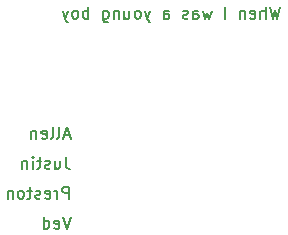
<source format=gbo>
%TF.GenerationSoftware,KiCad,Pcbnew,8.0.7*%
%TF.CreationDate,2025-09-21T15:12:51-04:00*%
%TF.ProjectId,buzzcar_main,62757a7a-6361-4725-9f6d-61696e2e6b69,rev?*%
%TF.SameCoordinates,Original*%
%TF.FileFunction,Legend,Bot*%
%TF.FilePolarity,Positive*%
%FSLAX46Y46*%
G04 Gerber Fmt 4.6, Leading zero omitted, Abs format (unit mm)*
G04 Created by KiCad (PCBNEW 8.0.7) date 2025-09-21 15:12:51*
%MOMM*%
%LPD*%
G01*
G04 APERTURE LIST*
G04 Aperture macros list*
%AMRoundRect*
0 Rectangle with rounded corners*
0 $1 Rounding radius*
0 $2 $3 $4 $5 $6 $7 $8 $9 X,Y pos of 4 corners*
0 Add a 4 corners polygon primitive as box body*
4,1,4,$2,$3,$4,$5,$6,$7,$8,$9,$2,$3,0*
0 Add four circle primitives for the rounded corners*
1,1,$1+$1,$2,$3*
1,1,$1+$1,$4,$5*
1,1,$1+$1,$6,$7*
1,1,$1+$1,$8,$9*
0 Add four rect primitives between the rounded corners*
20,1,$1+$1,$2,$3,$4,$5,0*
20,1,$1+$1,$4,$5,$6,$7,0*
20,1,$1+$1,$6,$7,$8,$9,0*
20,1,$1+$1,$8,$9,$2,$3,0*%
G04 Aperture macros list end*
%ADD10C,0.150000*%
%ADD11R,2.000000X1.200000*%
%ADD12O,2.000000X1.200000*%
%ADD13C,1.600000*%
%ADD14O,1.600000X1.600000*%
%ADD15R,1.700000X1.700000*%
%ADD16O,1.700000X1.700000*%
%ADD17R,1.800000X1.800000*%
%ADD18C,1.800000*%
%ADD19C,3.000000*%
%ADD20RoundRect,0.102000X-0.585000X-0.585000X0.585000X-0.585000X0.585000X0.585000X-0.585000X0.585000X0*%
%ADD21C,1.374000*%
%ADD22C,2.184000*%
G04 APERTURE END LIST*
D10*
X167398458Y-16649819D02*
X167160363Y-17649819D01*
X167160363Y-17649819D02*
X166969887Y-16935533D01*
X166969887Y-16935533D02*
X166779411Y-17649819D01*
X166779411Y-17649819D02*
X166541316Y-16649819D01*
X166160363Y-17649819D02*
X166160363Y-16649819D01*
X165731792Y-17649819D02*
X165731792Y-17126009D01*
X165731792Y-17126009D02*
X165779411Y-17030771D01*
X165779411Y-17030771D02*
X165874649Y-16983152D01*
X165874649Y-16983152D02*
X166017506Y-16983152D01*
X166017506Y-16983152D02*
X166112744Y-17030771D01*
X166112744Y-17030771D02*
X166160363Y-17078390D01*
X164874649Y-17602200D02*
X164969887Y-17649819D01*
X164969887Y-17649819D02*
X165160363Y-17649819D01*
X165160363Y-17649819D02*
X165255601Y-17602200D01*
X165255601Y-17602200D02*
X165303220Y-17506961D01*
X165303220Y-17506961D02*
X165303220Y-17126009D01*
X165303220Y-17126009D02*
X165255601Y-17030771D01*
X165255601Y-17030771D02*
X165160363Y-16983152D01*
X165160363Y-16983152D02*
X164969887Y-16983152D01*
X164969887Y-16983152D02*
X164874649Y-17030771D01*
X164874649Y-17030771D02*
X164827030Y-17126009D01*
X164827030Y-17126009D02*
X164827030Y-17221247D01*
X164827030Y-17221247D02*
X165303220Y-17316485D01*
X164398458Y-16983152D02*
X164398458Y-17649819D01*
X164398458Y-17078390D02*
X164350839Y-17030771D01*
X164350839Y-17030771D02*
X164255601Y-16983152D01*
X164255601Y-16983152D02*
X164112744Y-16983152D01*
X164112744Y-16983152D02*
X164017506Y-17030771D01*
X164017506Y-17030771D02*
X163969887Y-17126009D01*
X163969887Y-17126009D02*
X163969887Y-17649819D01*
X162731791Y-17649819D02*
X162731791Y-16649819D01*
X161588934Y-16983152D02*
X161398458Y-17649819D01*
X161398458Y-17649819D02*
X161207982Y-17173628D01*
X161207982Y-17173628D02*
X161017506Y-17649819D01*
X161017506Y-17649819D02*
X160827030Y-16983152D01*
X160017506Y-17649819D02*
X160017506Y-17126009D01*
X160017506Y-17126009D02*
X160065125Y-17030771D01*
X160065125Y-17030771D02*
X160160363Y-16983152D01*
X160160363Y-16983152D02*
X160350839Y-16983152D01*
X160350839Y-16983152D02*
X160446077Y-17030771D01*
X160017506Y-17602200D02*
X160112744Y-17649819D01*
X160112744Y-17649819D02*
X160350839Y-17649819D01*
X160350839Y-17649819D02*
X160446077Y-17602200D01*
X160446077Y-17602200D02*
X160493696Y-17506961D01*
X160493696Y-17506961D02*
X160493696Y-17411723D01*
X160493696Y-17411723D02*
X160446077Y-17316485D01*
X160446077Y-17316485D02*
X160350839Y-17268866D01*
X160350839Y-17268866D02*
X160112744Y-17268866D01*
X160112744Y-17268866D02*
X160017506Y-17221247D01*
X159588934Y-17602200D02*
X159493696Y-17649819D01*
X159493696Y-17649819D02*
X159303220Y-17649819D01*
X159303220Y-17649819D02*
X159207982Y-17602200D01*
X159207982Y-17602200D02*
X159160363Y-17506961D01*
X159160363Y-17506961D02*
X159160363Y-17459342D01*
X159160363Y-17459342D02*
X159207982Y-17364104D01*
X159207982Y-17364104D02*
X159303220Y-17316485D01*
X159303220Y-17316485D02*
X159446077Y-17316485D01*
X159446077Y-17316485D02*
X159541315Y-17268866D01*
X159541315Y-17268866D02*
X159588934Y-17173628D01*
X159588934Y-17173628D02*
X159588934Y-17126009D01*
X159588934Y-17126009D02*
X159541315Y-17030771D01*
X159541315Y-17030771D02*
X159446077Y-16983152D01*
X159446077Y-16983152D02*
X159303220Y-16983152D01*
X159303220Y-16983152D02*
X159207982Y-17030771D01*
X157541315Y-17649819D02*
X157541315Y-17126009D01*
X157541315Y-17126009D02*
X157588934Y-17030771D01*
X157588934Y-17030771D02*
X157684172Y-16983152D01*
X157684172Y-16983152D02*
X157874648Y-16983152D01*
X157874648Y-16983152D02*
X157969886Y-17030771D01*
X157541315Y-17602200D02*
X157636553Y-17649819D01*
X157636553Y-17649819D02*
X157874648Y-17649819D01*
X157874648Y-17649819D02*
X157969886Y-17602200D01*
X157969886Y-17602200D02*
X158017505Y-17506961D01*
X158017505Y-17506961D02*
X158017505Y-17411723D01*
X158017505Y-17411723D02*
X157969886Y-17316485D01*
X157969886Y-17316485D02*
X157874648Y-17268866D01*
X157874648Y-17268866D02*
X157636553Y-17268866D01*
X157636553Y-17268866D02*
X157541315Y-17221247D01*
X156398457Y-16983152D02*
X156160362Y-17649819D01*
X155922267Y-16983152D02*
X156160362Y-17649819D01*
X156160362Y-17649819D02*
X156255600Y-17887914D01*
X156255600Y-17887914D02*
X156303219Y-17935533D01*
X156303219Y-17935533D02*
X156398457Y-17983152D01*
X155398457Y-17649819D02*
X155493695Y-17602200D01*
X155493695Y-17602200D02*
X155541314Y-17554580D01*
X155541314Y-17554580D02*
X155588933Y-17459342D01*
X155588933Y-17459342D02*
X155588933Y-17173628D01*
X155588933Y-17173628D02*
X155541314Y-17078390D01*
X155541314Y-17078390D02*
X155493695Y-17030771D01*
X155493695Y-17030771D02*
X155398457Y-16983152D01*
X155398457Y-16983152D02*
X155255600Y-16983152D01*
X155255600Y-16983152D02*
X155160362Y-17030771D01*
X155160362Y-17030771D02*
X155112743Y-17078390D01*
X155112743Y-17078390D02*
X155065124Y-17173628D01*
X155065124Y-17173628D02*
X155065124Y-17459342D01*
X155065124Y-17459342D02*
X155112743Y-17554580D01*
X155112743Y-17554580D02*
X155160362Y-17602200D01*
X155160362Y-17602200D02*
X155255600Y-17649819D01*
X155255600Y-17649819D02*
X155398457Y-17649819D01*
X154207981Y-16983152D02*
X154207981Y-17649819D01*
X154636552Y-16983152D02*
X154636552Y-17506961D01*
X154636552Y-17506961D02*
X154588933Y-17602200D01*
X154588933Y-17602200D02*
X154493695Y-17649819D01*
X154493695Y-17649819D02*
X154350838Y-17649819D01*
X154350838Y-17649819D02*
X154255600Y-17602200D01*
X154255600Y-17602200D02*
X154207981Y-17554580D01*
X153731790Y-16983152D02*
X153731790Y-17649819D01*
X153731790Y-17078390D02*
X153684171Y-17030771D01*
X153684171Y-17030771D02*
X153588933Y-16983152D01*
X153588933Y-16983152D02*
X153446076Y-16983152D01*
X153446076Y-16983152D02*
X153350838Y-17030771D01*
X153350838Y-17030771D02*
X153303219Y-17126009D01*
X153303219Y-17126009D02*
X153303219Y-17649819D01*
X152398457Y-16983152D02*
X152398457Y-17792676D01*
X152398457Y-17792676D02*
X152446076Y-17887914D01*
X152446076Y-17887914D02*
X152493695Y-17935533D01*
X152493695Y-17935533D02*
X152588933Y-17983152D01*
X152588933Y-17983152D02*
X152731790Y-17983152D01*
X152731790Y-17983152D02*
X152827028Y-17935533D01*
X152398457Y-17602200D02*
X152493695Y-17649819D01*
X152493695Y-17649819D02*
X152684171Y-17649819D01*
X152684171Y-17649819D02*
X152779409Y-17602200D01*
X152779409Y-17602200D02*
X152827028Y-17554580D01*
X152827028Y-17554580D02*
X152874647Y-17459342D01*
X152874647Y-17459342D02*
X152874647Y-17173628D01*
X152874647Y-17173628D02*
X152827028Y-17078390D01*
X152827028Y-17078390D02*
X152779409Y-17030771D01*
X152779409Y-17030771D02*
X152684171Y-16983152D01*
X152684171Y-16983152D02*
X152493695Y-16983152D01*
X152493695Y-16983152D02*
X152398457Y-17030771D01*
X151160361Y-17649819D02*
X151160361Y-16649819D01*
X151160361Y-17030771D02*
X151065123Y-16983152D01*
X151065123Y-16983152D02*
X150874647Y-16983152D01*
X150874647Y-16983152D02*
X150779409Y-17030771D01*
X150779409Y-17030771D02*
X150731790Y-17078390D01*
X150731790Y-17078390D02*
X150684171Y-17173628D01*
X150684171Y-17173628D02*
X150684171Y-17459342D01*
X150684171Y-17459342D02*
X150731790Y-17554580D01*
X150731790Y-17554580D02*
X150779409Y-17602200D01*
X150779409Y-17602200D02*
X150874647Y-17649819D01*
X150874647Y-17649819D02*
X151065123Y-17649819D01*
X151065123Y-17649819D02*
X151160361Y-17602200D01*
X150112742Y-17649819D02*
X150207980Y-17602200D01*
X150207980Y-17602200D02*
X150255599Y-17554580D01*
X150255599Y-17554580D02*
X150303218Y-17459342D01*
X150303218Y-17459342D02*
X150303218Y-17173628D01*
X150303218Y-17173628D02*
X150255599Y-17078390D01*
X150255599Y-17078390D02*
X150207980Y-17030771D01*
X150207980Y-17030771D02*
X150112742Y-16983152D01*
X150112742Y-16983152D02*
X149969885Y-16983152D01*
X149969885Y-16983152D02*
X149874647Y-17030771D01*
X149874647Y-17030771D02*
X149827028Y-17078390D01*
X149827028Y-17078390D02*
X149779409Y-17173628D01*
X149779409Y-17173628D02*
X149779409Y-17459342D01*
X149779409Y-17459342D02*
X149827028Y-17554580D01*
X149827028Y-17554580D02*
X149874647Y-17602200D01*
X149874647Y-17602200D02*
X149969885Y-17649819D01*
X149969885Y-17649819D02*
X150112742Y-17649819D01*
X149446075Y-16983152D02*
X149207980Y-17649819D01*
X148969885Y-16983152D02*
X149207980Y-17649819D01*
X149207980Y-17649819D02*
X149303218Y-17887914D01*
X149303218Y-17887914D02*
X149350837Y-17935533D01*
X149350837Y-17935533D02*
X149446075Y-17983152D01*
X149523220Y-32889819D02*
X149523220Y-31889819D01*
X149523220Y-31889819D02*
X149142268Y-31889819D01*
X149142268Y-31889819D02*
X149047030Y-31937438D01*
X149047030Y-31937438D02*
X148999411Y-31985057D01*
X148999411Y-31985057D02*
X148951792Y-32080295D01*
X148951792Y-32080295D02*
X148951792Y-32223152D01*
X148951792Y-32223152D02*
X148999411Y-32318390D01*
X148999411Y-32318390D02*
X149047030Y-32366009D01*
X149047030Y-32366009D02*
X149142268Y-32413628D01*
X149142268Y-32413628D02*
X149523220Y-32413628D01*
X148523220Y-32889819D02*
X148523220Y-32223152D01*
X148523220Y-32413628D02*
X148475601Y-32318390D01*
X148475601Y-32318390D02*
X148427982Y-32270771D01*
X148427982Y-32270771D02*
X148332744Y-32223152D01*
X148332744Y-32223152D02*
X148237506Y-32223152D01*
X147523220Y-32842200D02*
X147618458Y-32889819D01*
X147618458Y-32889819D02*
X147808934Y-32889819D01*
X147808934Y-32889819D02*
X147904172Y-32842200D01*
X147904172Y-32842200D02*
X147951791Y-32746961D01*
X147951791Y-32746961D02*
X147951791Y-32366009D01*
X147951791Y-32366009D02*
X147904172Y-32270771D01*
X147904172Y-32270771D02*
X147808934Y-32223152D01*
X147808934Y-32223152D02*
X147618458Y-32223152D01*
X147618458Y-32223152D02*
X147523220Y-32270771D01*
X147523220Y-32270771D02*
X147475601Y-32366009D01*
X147475601Y-32366009D02*
X147475601Y-32461247D01*
X147475601Y-32461247D02*
X147951791Y-32556485D01*
X147094648Y-32842200D02*
X146999410Y-32889819D01*
X146999410Y-32889819D02*
X146808934Y-32889819D01*
X146808934Y-32889819D02*
X146713696Y-32842200D01*
X146713696Y-32842200D02*
X146666077Y-32746961D01*
X146666077Y-32746961D02*
X146666077Y-32699342D01*
X146666077Y-32699342D02*
X146713696Y-32604104D01*
X146713696Y-32604104D02*
X146808934Y-32556485D01*
X146808934Y-32556485D02*
X146951791Y-32556485D01*
X146951791Y-32556485D02*
X147047029Y-32508866D01*
X147047029Y-32508866D02*
X147094648Y-32413628D01*
X147094648Y-32413628D02*
X147094648Y-32366009D01*
X147094648Y-32366009D02*
X147047029Y-32270771D01*
X147047029Y-32270771D02*
X146951791Y-32223152D01*
X146951791Y-32223152D02*
X146808934Y-32223152D01*
X146808934Y-32223152D02*
X146713696Y-32270771D01*
X146380362Y-32223152D02*
X145999410Y-32223152D01*
X146237505Y-31889819D02*
X146237505Y-32746961D01*
X146237505Y-32746961D02*
X146189886Y-32842200D01*
X146189886Y-32842200D02*
X146094648Y-32889819D01*
X146094648Y-32889819D02*
X145999410Y-32889819D01*
X145523219Y-32889819D02*
X145618457Y-32842200D01*
X145618457Y-32842200D02*
X145666076Y-32794580D01*
X145666076Y-32794580D02*
X145713695Y-32699342D01*
X145713695Y-32699342D02*
X145713695Y-32413628D01*
X145713695Y-32413628D02*
X145666076Y-32318390D01*
X145666076Y-32318390D02*
X145618457Y-32270771D01*
X145618457Y-32270771D02*
X145523219Y-32223152D01*
X145523219Y-32223152D02*
X145380362Y-32223152D01*
X145380362Y-32223152D02*
X145285124Y-32270771D01*
X145285124Y-32270771D02*
X145237505Y-32318390D01*
X145237505Y-32318390D02*
X145189886Y-32413628D01*
X145189886Y-32413628D02*
X145189886Y-32699342D01*
X145189886Y-32699342D02*
X145237505Y-32794580D01*
X145237505Y-32794580D02*
X145285124Y-32842200D01*
X145285124Y-32842200D02*
X145380362Y-32889819D01*
X145380362Y-32889819D02*
X145523219Y-32889819D01*
X144761314Y-32223152D02*
X144761314Y-32889819D01*
X144761314Y-32318390D02*
X144713695Y-32270771D01*
X144713695Y-32270771D02*
X144618457Y-32223152D01*
X144618457Y-32223152D02*
X144475600Y-32223152D01*
X144475600Y-32223152D02*
X144380362Y-32270771D01*
X144380362Y-32270771D02*
X144332743Y-32366009D01*
X144332743Y-32366009D02*
X144332743Y-32889819D01*
X149570839Y-27524104D02*
X149094649Y-27524104D01*
X149666077Y-27809819D02*
X149332744Y-26809819D01*
X149332744Y-26809819D02*
X148999411Y-27809819D01*
X148523220Y-27809819D02*
X148618458Y-27762200D01*
X148618458Y-27762200D02*
X148666077Y-27666961D01*
X148666077Y-27666961D02*
X148666077Y-26809819D01*
X147999410Y-27809819D02*
X148094648Y-27762200D01*
X148094648Y-27762200D02*
X148142267Y-27666961D01*
X148142267Y-27666961D02*
X148142267Y-26809819D01*
X147237505Y-27762200D02*
X147332743Y-27809819D01*
X147332743Y-27809819D02*
X147523219Y-27809819D01*
X147523219Y-27809819D02*
X147618457Y-27762200D01*
X147618457Y-27762200D02*
X147666076Y-27666961D01*
X147666076Y-27666961D02*
X147666076Y-27286009D01*
X147666076Y-27286009D02*
X147618457Y-27190771D01*
X147618457Y-27190771D02*
X147523219Y-27143152D01*
X147523219Y-27143152D02*
X147332743Y-27143152D01*
X147332743Y-27143152D02*
X147237505Y-27190771D01*
X147237505Y-27190771D02*
X147189886Y-27286009D01*
X147189886Y-27286009D02*
X147189886Y-27381247D01*
X147189886Y-27381247D02*
X147666076Y-27476485D01*
X146761314Y-27143152D02*
X146761314Y-27809819D01*
X146761314Y-27238390D02*
X146713695Y-27190771D01*
X146713695Y-27190771D02*
X146618457Y-27143152D01*
X146618457Y-27143152D02*
X146475600Y-27143152D01*
X146475600Y-27143152D02*
X146380362Y-27190771D01*
X146380362Y-27190771D02*
X146332743Y-27286009D01*
X146332743Y-27286009D02*
X146332743Y-27809819D01*
X149666077Y-34429819D02*
X149332744Y-35429819D01*
X149332744Y-35429819D02*
X148999411Y-34429819D01*
X148285125Y-35382200D02*
X148380363Y-35429819D01*
X148380363Y-35429819D02*
X148570839Y-35429819D01*
X148570839Y-35429819D02*
X148666077Y-35382200D01*
X148666077Y-35382200D02*
X148713696Y-35286961D01*
X148713696Y-35286961D02*
X148713696Y-34906009D01*
X148713696Y-34906009D02*
X148666077Y-34810771D01*
X148666077Y-34810771D02*
X148570839Y-34763152D01*
X148570839Y-34763152D02*
X148380363Y-34763152D01*
X148380363Y-34763152D02*
X148285125Y-34810771D01*
X148285125Y-34810771D02*
X148237506Y-34906009D01*
X148237506Y-34906009D02*
X148237506Y-35001247D01*
X148237506Y-35001247D02*
X148713696Y-35096485D01*
X147380363Y-35429819D02*
X147380363Y-34429819D01*
X147380363Y-35382200D02*
X147475601Y-35429819D01*
X147475601Y-35429819D02*
X147666077Y-35429819D01*
X147666077Y-35429819D02*
X147761315Y-35382200D01*
X147761315Y-35382200D02*
X147808934Y-35334580D01*
X147808934Y-35334580D02*
X147856553Y-35239342D01*
X147856553Y-35239342D02*
X147856553Y-34953628D01*
X147856553Y-34953628D02*
X147808934Y-34858390D01*
X147808934Y-34858390D02*
X147761315Y-34810771D01*
X147761315Y-34810771D02*
X147666077Y-34763152D01*
X147666077Y-34763152D02*
X147475601Y-34763152D01*
X147475601Y-34763152D02*
X147380363Y-34810771D01*
X149237506Y-29349819D02*
X149237506Y-30064104D01*
X149237506Y-30064104D02*
X149285125Y-30206961D01*
X149285125Y-30206961D02*
X149380363Y-30302200D01*
X149380363Y-30302200D02*
X149523220Y-30349819D01*
X149523220Y-30349819D02*
X149618458Y-30349819D01*
X148332744Y-29683152D02*
X148332744Y-30349819D01*
X148761315Y-29683152D02*
X148761315Y-30206961D01*
X148761315Y-30206961D02*
X148713696Y-30302200D01*
X148713696Y-30302200D02*
X148618458Y-30349819D01*
X148618458Y-30349819D02*
X148475601Y-30349819D01*
X148475601Y-30349819D02*
X148380363Y-30302200D01*
X148380363Y-30302200D02*
X148332744Y-30254580D01*
X147904172Y-30302200D02*
X147808934Y-30349819D01*
X147808934Y-30349819D02*
X147618458Y-30349819D01*
X147618458Y-30349819D02*
X147523220Y-30302200D01*
X147523220Y-30302200D02*
X147475601Y-30206961D01*
X147475601Y-30206961D02*
X147475601Y-30159342D01*
X147475601Y-30159342D02*
X147523220Y-30064104D01*
X147523220Y-30064104D02*
X147618458Y-30016485D01*
X147618458Y-30016485D02*
X147761315Y-30016485D01*
X147761315Y-30016485D02*
X147856553Y-29968866D01*
X147856553Y-29968866D02*
X147904172Y-29873628D01*
X147904172Y-29873628D02*
X147904172Y-29826009D01*
X147904172Y-29826009D02*
X147856553Y-29730771D01*
X147856553Y-29730771D02*
X147761315Y-29683152D01*
X147761315Y-29683152D02*
X147618458Y-29683152D01*
X147618458Y-29683152D02*
X147523220Y-29730771D01*
X147189886Y-29683152D02*
X146808934Y-29683152D01*
X147047029Y-29349819D02*
X147047029Y-30206961D01*
X147047029Y-30206961D02*
X146999410Y-30302200D01*
X146999410Y-30302200D02*
X146904172Y-30349819D01*
X146904172Y-30349819D02*
X146808934Y-30349819D01*
X146475600Y-30349819D02*
X146475600Y-29683152D01*
X146475600Y-29349819D02*
X146523219Y-29397438D01*
X146523219Y-29397438D02*
X146475600Y-29445057D01*
X146475600Y-29445057D02*
X146427981Y-29397438D01*
X146427981Y-29397438D02*
X146475600Y-29349819D01*
X146475600Y-29349819D02*
X146475600Y-29445057D01*
X145999410Y-29683152D02*
X145999410Y-30349819D01*
X145999410Y-29778390D02*
X145951791Y-29730771D01*
X145951791Y-29730771D02*
X145856553Y-29683152D01*
X145856553Y-29683152D02*
X145713696Y-29683152D01*
X145713696Y-29683152D02*
X145618458Y-29730771D01*
X145618458Y-29730771D02*
X145570839Y-29826009D01*
X145570839Y-29826009D02*
X145570839Y-30349819D01*
%LPC*%
D11*
%TO.C,U1*%
X107950000Y-33020000D03*
D12*
X107950000Y-35560000D03*
X107950000Y-38100000D03*
X107950000Y-40640000D03*
X107950000Y-43180000D03*
X107950000Y-45720000D03*
X107950000Y-48260000D03*
X107950000Y-50800000D03*
X107950000Y-53340000D03*
X107950000Y-55880000D03*
X107950000Y-58420000D03*
X107950000Y-60960000D03*
X107950000Y-63500000D03*
X107950000Y-66040000D03*
X107950000Y-68580000D03*
X107950000Y-71120000D03*
X130810000Y-71120000D03*
X130810000Y-68580000D03*
X130810000Y-66040000D03*
X130810000Y-63500000D03*
X130810000Y-60960000D03*
X130810000Y-58420000D03*
X130810000Y-55880000D03*
X130810000Y-53340000D03*
X130810000Y-50800000D03*
X130810000Y-48260000D03*
X130810000Y-45720000D03*
X130810000Y-43180000D03*
X130810000Y-40640000D03*
X130810000Y-38100000D03*
X130810000Y-35560000D03*
X130810000Y-33020000D03*
%TD*%
D13*
%TO.C,R1*%
X50800000Y-45720000D03*
D14*
X50800000Y-35560000D03*
%TD*%
D15*
%TO.C,J8*%
X88900000Y-88900000D03*
D16*
X91440000Y-88900000D03*
%TD*%
D15*
%TO.C,J9*%
X25400000Y-33020000D03*
D16*
X25400000Y-35560000D03*
X25400000Y-38100000D03*
X25400000Y-40640000D03*
%TD*%
D17*
%TO.C,D1*%
X55880000Y-27940000D03*
D18*
X53340000Y-27940000D03*
%TD*%
D13*
%TO.C,R4*%
X33020000Y-27940000D03*
D14*
X43180000Y-27940000D03*
%TD*%
D19*
%TO.C,H3*%
X165100000Y-88900000D03*
%TD*%
D15*
%TO.C,SW2*%
X101600000Y-22860000D03*
D16*
X101600000Y-25400000D03*
%TD*%
D19*
%TO.C,TP5*%
X165100000Y-35560000D03*
%TD*%
%TO.C,H2*%
X165100000Y-22860000D03*
%TD*%
D20*
%TO.C,U2*%
X53020000Y-71120000D03*
D21*
X53020000Y-73660000D03*
X53020000Y-76200000D03*
X53020000Y-78740000D03*
X53020000Y-81280000D03*
X53020000Y-83820000D03*
X53020000Y-86360000D03*
X60960000Y-86360000D03*
X60960000Y-83820000D03*
X60960000Y-81280000D03*
X60960000Y-78740000D03*
X60960000Y-76200000D03*
X60960000Y-73660000D03*
X60960000Y-71120000D03*
%TD*%
D13*
%TO.C,R2*%
X50800000Y-60960000D03*
D14*
X50800000Y-50800000D03*
%TD*%
D22*
%TO.C,U3*%
X142240000Y-48260000D03*
X142240000Y-50800000D03*
X142240000Y-53340000D03*
X142240000Y-55880000D03*
X142240000Y-58420000D03*
X142240000Y-60960000D03*
X142240000Y-63500000D03*
X142240000Y-66040000D03*
X157480000Y-66040000D03*
X157480000Y-63500000D03*
X157480000Y-60960000D03*
X157480000Y-58420000D03*
X157480000Y-55880000D03*
X157480000Y-53340000D03*
X157480000Y-50800000D03*
X157480000Y-48260000D03*
%TD*%
D19*
%TO.C,H4*%
X25400000Y-88900000D03*
%TD*%
%TO.C,TP10*%
X93980000Y-22860000D03*
%TD*%
D15*
%TO.C,J11*%
X25400000Y-68580000D03*
D16*
X25400000Y-71120000D03*
X25400000Y-73660000D03*
X25400000Y-76200000D03*
%TD*%
D19*
%TO.C,TP6*%
X165100000Y-45720000D03*
%TD*%
%TO.C,TP3*%
X78740000Y-22860000D03*
%TD*%
D15*
%TO.C,J3*%
X45720000Y-50800000D03*
D16*
X45720000Y-53340000D03*
X45720000Y-55880000D03*
X45720000Y-58420000D03*
%TD*%
D13*
%TO.C,R3*%
X91440000Y-33020000D03*
D14*
X101600000Y-33020000D03*
%TD*%
D15*
%TO.C,SW1*%
X35560000Y-22860000D03*
D16*
X33020000Y-22860000D03*
%TD*%
D19*
%TO.C,TP8*%
X137160000Y-88900000D03*
%TD*%
D15*
%TO.C,J6*%
X165100000Y-53340000D03*
D16*
X165100000Y-55880000D03*
X165100000Y-58420000D03*
X165100000Y-60960000D03*
%TD*%
D19*
%TO.C,TP2*%
X81280000Y-43180000D03*
%TD*%
%TO.C,TP7*%
X101600000Y-88900000D03*
%TD*%
D15*
%TO.C,J7*%
X83820000Y-66040000D03*
D16*
X83820000Y-68580000D03*
X83820000Y-71120000D03*
X83820000Y-73660000D03*
X83820000Y-76200000D03*
%TD*%
D19*
%TO.C,TP9*%
X137160000Y-83820000D03*
%TD*%
D15*
%TO.C,J1*%
X43180000Y-22860000D03*
D16*
X45720000Y-22860000D03*
%TD*%
D15*
%TO.C,J4*%
X149860000Y-22860000D03*
D16*
X152400000Y-22860000D03*
%TD*%
D19*
%TO.C,H1*%
X25400000Y-22860000D03*
%TD*%
D15*
%TO.C,J12*%
X115015000Y-90725000D03*
D16*
X117555000Y-90725000D03*
X120095000Y-90725000D03*
X122635000Y-90725000D03*
X125175000Y-90725000D03*
%TD*%
D19*
%TO.C,TP1*%
X71120000Y-22860000D03*
%TD*%
D15*
%TO.C,J5*%
X147320000Y-88900000D03*
D16*
X149860000Y-88900000D03*
%TD*%
D15*
%TO.C,J10*%
X25400000Y-50800000D03*
D16*
X25400000Y-53340000D03*
X25400000Y-55880000D03*
X25400000Y-58420000D03*
%TD*%
D15*
%TO.C,J2*%
X45720000Y-35560000D03*
D16*
X45720000Y-38100000D03*
X45720000Y-40640000D03*
X45720000Y-43180000D03*
%TD*%
D19*
%TO.C,TP4*%
X86360000Y-22860000D03*
%TD*%
%LPD*%
M02*

</source>
